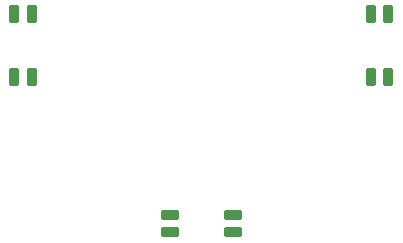
<source format=gbp>
%TF.GenerationSoftware,KiCad,Pcbnew,(6.0.4)*%
%TF.CreationDate,2022-04-07T13:26:34+02:00*%
%TF.ProjectId,Little Big Scroll 1,4c697474-6c65-4204-9269-67205363726f,v1.0*%
%TF.SameCoordinates,Original*%
%TF.FileFunction,Paste,Bot*%
%TF.FilePolarity,Positive*%
%FSLAX46Y46*%
G04 Gerber Fmt 4.6, Leading zero omitted, Abs format (unit mm)*
G04 Created by KiCad (PCBNEW (6.0.4)) date 2022-04-07 13:26:34*
%MOMM*%
%LPD*%
G01*
G04 APERTURE LIST*
G04 Aperture macros list*
%AMRoundRect*
0 Rectangle with rounded corners*
0 $1 Rounding radius*
0 $2 $3 $4 $5 $6 $7 $8 $9 X,Y pos of 4 corners*
0 Add a 4 corners polygon primitive as box body*
4,1,4,$2,$3,$4,$5,$6,$7,$8,$9,$2,$3,0*
0 Add four circle primitives for the rounded corners*
1,1,$1+$1,$2,$3*
1,1,$1+$1,$4,$5*
1,1,$1+$1,$6,$7*
1,1,$1+$1,$8,$9*
0 Add four rect primitives between the rounded corners*
20,1,$1+$1,$2,$3,$4,$5,0*
20,1,$1+$1,$4,$5,$6,$7,0*
20,1,$1+$1,$6,$7,$8,$9,0*
20,1,$1+$1,$8,$9,$2,$3,0*%
G04 Aperture macros list end*
%ADD10RoundRect,0.082000X-0.328000X-0.668000X0.328000X-0.668000X0.328000X0.668000X-0.328000X0.668000X0*%
%ADD11RoundRect,0.082000X-0.668000X0.328000X-0.668000X-0.328000X0.668000X-0.328000X0.668000X0.328000X0*%
%ADD12RoundRect,0.082000X0.328000X0.668000X-0.328000X0.668000X-0.328000X-0.668000X0.328000X-0.668000X0*%
G04 APERTURE END LIST*
D10*
X69447999Y-58056000D03*
X70947999Y-58056000D03*
X70947999Y-63356000D03*
X69447999Y-63356000D03*
D11*
X52468000Y-75035999D03*
X52468000Y-76535999D03*
X57768000Y-76535999D03*
X57768000Y-75035999D03*
D12*
X40788001Y-63356000D03*
X39288001Y-63356000D03*
X39288001Y-58056000D03*
X40788001Y-58056000D03*
M02*

</source>
